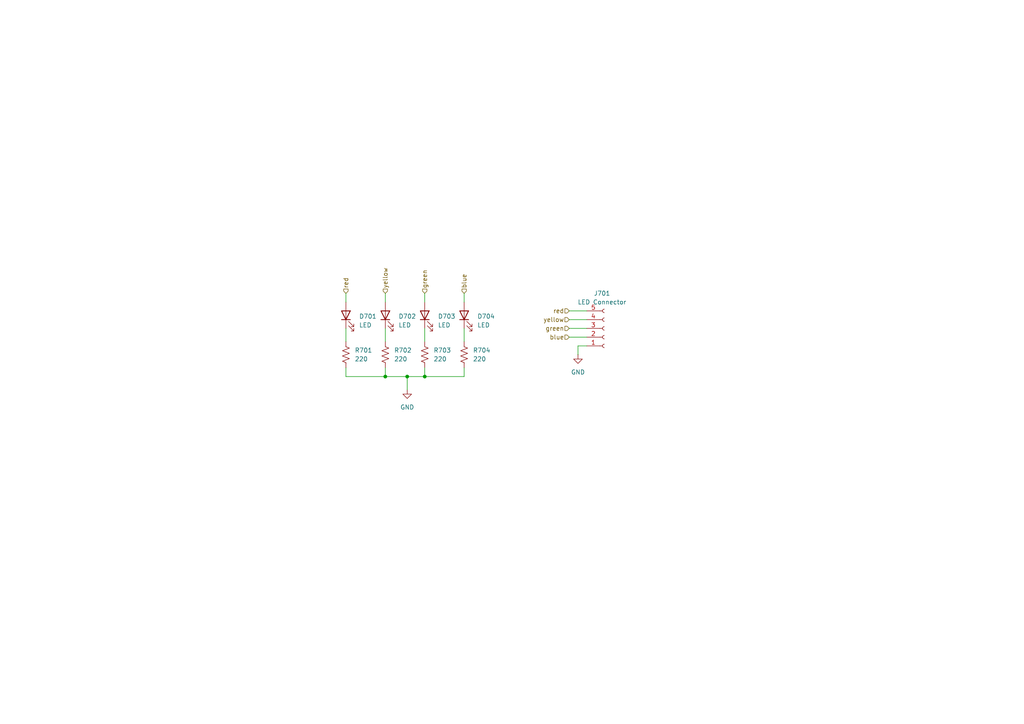
<source format=kicad_sch>
(kicad_sch (version 20250114) (generator "eeschema") (generator_version "9.0")
  (paper "A4")
  (lib_symbols
    (symbol "Connector:Conn_01x05_Socket" (pin_names (offset 1.016) (hide yes))
      (property "Reference" "J" (at 0 7.62 0))
      (property "Value" "Conn_01x05_Socket" (at 0 -7.62 0))
      (symbol "Conn_01x05_Socket_1_1"
        (polyline (pts (xy -1.27 5.08) (xy -0.508 5.08)) (stroke (width 0.1524)))
        (polyline (pts (xy -1.27 2.54) (xy -0.508 2.54)) (stroke (width 0.1524)))
        (polyline (pts (xy -1.27 0) (xy -0.508 0)) (stroke (width 0.1524)))
        (polyline (pts (xy -1.27 -2.54) (xy -0.508 -2.54)) (stroke (width 0.1524)))
        (polyline (pts (xy -1.27 -5.08) (xy -0.508 -5.08)) (stroke (width 0.1524)))
        (arc (start 0 4.572) (mid -0.5058 5.08) (end 0 5.588) (stroke (width 0.1524)))
        (arc (start 0 2.032) (mid -0.5058 2.54) (end 0 3.048) (stroke (width 0.1524)))
        (arc (start 0 -0.508) (mid -0.5058 0) (end 0 0.508) (stroke (width 0.1524)))
        (arc (start 0 -3.048) (mid -0.5058 -2.54) (end 0 -2.032) (stroke (width 0.1524)))
        (arc (start 0 -5.588) (mid -0.5058 -5.08) (end 0 -4.572) (stroke (width 0.1524)))
        (pin passive line (at -5.08 5.08 0) (length 3.81) (name "Pin_1") (number "1"))
        (pin passive line (at -5.08 2.54 0) (length 3.81) (name "Pin_2") (number "2"))
        (pin passive line (at -5.08 0 0) (length 3.81) (name "Pin_3") (number "3"))
        (pin passive line (at -5.08 -2.54 0) (length 3.81) (name "Pin_4") (number "4"))
        (pin passive line (at -5.08 -5.08 0) (length 3.81) (name "Pin_5") (number "5"))
      )
    )
    (symbol "Device:LED" (pin_numbers (hide yes)) (pin_names (offset 1.016) (hide yes))
      (property "Reference" "D" (at 0 2.54 0))
      (property "Value" "LED" (at 0 -2.54 0))
      (symbol "LED_0_1"
        (polyline (pts (xy -3.048 -0.762) (xy -4.572 -2.286) (xy -3.81 -2.286) (xy -4.572 -2.286) (xy -4.572 -1.524)))
        (polyline (pts (xy -1.778 -0.762) (xy -3.302 -2.286) (xy -2.54 -2.286) (xy -3.302 -2.286) (xy -3.302 -1.524)))
        (polyline (pts (xy -1.27 0) (xy 1.27 0)))
        (polyline (pts (xy -1.27 -1.27) (xy -1.27 1.27)) (stroke (width 0.254)))
        (polyline (pts (xy 1.27 -1.27) (xy 1.27 1.27) (xy -1.27 0) (xy 1.27 -1.27)) (stroke (width 0.254)))
      )
      (symbol "LED_1_1"
        (pin passive line (at -3.81 0 0) (length 2.54) (name "K") (number "1"))
        (pin passive line (at 3.81 0 180) (length 2.54) (name "A") (number "2"))
      )
    )
    (symbol "Device:R_US" (pin_numbers (hide yes)) (pin_names (offset 0))
      (property "Reference" "R" (at 2.54 0 90))
      (property "Value" "R_US" (at -2.54 0 90))
      (symbol "R_US_0_1"
        (polyline (pts (xy 0 2.286) (xy 0 2.54)))
        (polyline (pts (xy 0 2.286) (xy 1.016 1.905) (xy 0 1.524) (xy -1.016 1.143) (xy 0 0.762)))
        (polyline (pts (xy 0 0.762) (xy 1.016 0.381) (xy 0 0) (xy -1.016 -0.381) (xy 0 -0.762)))
        (polyline (pts (xy 0 -0.762) (xy 1.016 -1.143) (xy 0 -1.524) (xy -1.016 -1.905) (xy 0 -2.286)))
        (polyline (pts (xy 0 -2.286) (xy 0 -2.54)))
      )
      (symbol "R_US_1_1"
        (pin passive line (at 0 3.81 270) (length 1.27) (name "~") (number "1"))
        (pin passive line (at 0 -3.81 90) (length 1.27) (name "~") (number "2"))
      )
    )
    (symbol "power:GND" (power) (pin_numbers (hide yes)) (pin_names (offset 0) (hide yes))
      (property "Value" "GND" (at 0 -3.81 0))
      (symbol "GND_0_1"
        (polyline (pts (xy 0 0) (xy 0 -1.27) (xy 1.27 -1.27) (xy 0 -2.54) (xy -1.27 -1.27) (xy 0 -1.27)))
      )
      (symbol "GND_1_1"
        (pin power_in line (at 0 0 270) (length 0) (name "~") (number "1"))
      )
    )
  )
  (junction (at 118.11 109.22))
  (junction (at 111.76 109.22))
  (junction (at 123.19 109.22))
  (wire (pts (xy 134.62 95.25) (xy 134.62 99.06)))
  (wire (pts (xy 134.62 85.09) (xy 134.62 87.63)))
  (wire (pts (xy 123.19 85.09) (xy 123.19 87.63)))
  (wire (pts (xy 123.19 95.25) (xy 123.19 99.06)))
  (wire (pts (xy 111.76 109.22) (xy 118.11 109.22)))
  (wire (pts (xy 167.64 102.87) (xy 167.64 100.33)))
  (wire (pts (xy 165.1 97.79) (xy 170.18 97.79)))
  (wire (pts (xy 118.11 109.22) (xy 123.19 109.22)))
  (wire (pts (xy 123.19 109.22) (xy 134.62 109.22)))
  (wire (pts (xy 100.33 106.68) (xy 100.33 109.22)))
  (wire (pts (xy 165.1 95.25) (xy 170.18 95.25)))
  (wire (pts (xy 111.76 106.68) (xy 111.76 109.22)))
  (wire (pts (xy 100.33 95.25) (xy 100.33 99.06)))
  (wire (pts (xy 111.76 95.25) (xy 111.76 99.06)))
  (wire (pts (xy 165.1 90.17) (xy 170.18 90.17)))
  (wire (pts (xy 167.64 100.33) (xy 170.18 100.33)))
  (wire (pts (xy 134.62 109.22) (xy 134.62 106.68)))
  (wire (pts (xy 165.1 92.71) (xy 170.18 92.71)))
  (wire (pts (xy 123.19 106.68) (xy 123.19 109.22)))
  (wire (pts (xy 111.76 85.09) (xy 111.76 87.63)))
  (wire (pts (xy 100.33 109.22) (xy 111.76 109.22)))
  (wire (pts (xy 118.11 109.22) (xy 118.11 113.03)))
  (wire (pts (xy 100.33 85.09) (xy 100.33 87.63)))
  (hierarchical_label "blue" (shape input) (at 165.1 97.79 180))
  (hierarchical_label "red" (shape input) (at 165.1 90.17 180))
  (hierarchical_label "yellow" (shape input) (at 111.76 85.09 90))
  (hierarchical_label "blue" (shape input) (at 134.62 85.09 90))
  (hierarchical_label "green" (shape input) (at 165.1 95.25 180))
  (hierarchical_label "yellow" (shape input) (at 165.1 92.71 180))
  (hierarchical_label "red" (shape input) (at 100.33 85.09 90))
  (hierarchical_label "green" (shape input) (at 123.19 85.09 90))
  (symbol (lib_id "Device:R_US") (at 123.19 102.87 0) (unit 1)
    (property "Reference" "R703" (at 125.73 101.5999 0) (effects (justify left)))
    (property "Value" "220" (at 125.73 104.1399 0) (effects (justify left)))
    (property "Footprint" "Resistor_SMD:R_1206_3216Metric_Pad1.30x1.75mm_HandSolder" (effects (hide yes)))
    (property "Description" "Resistor, US symbol" (effects (hide yes)))
  )
  (symbol (lib_id "Device:R_US") (at 100.33 102.87 0) (unit 1)
    (property "Reference" "R701" (at 102.87 101.5999 0) (effects (justify left)))
    (property "Value" "220" (at 102.87 104.1399 0) (effects (justify left)))
    (property "Footprint" "Resistor_SMD:R_1206_3216Metric_Pad1.30x1.75mm_HandSolder" (effects (hide yes)))
    (property "Description" "Resistor, US symbol" (effects (hide yes)))
  )
  (symbol (lib_id "Device:R_US") (at 134.62 102.87 0) (unit 1)
    (property "Reference" "R704" (at 137.16 101.5999 0) (effects (justify left)))
    (property "Value" "220" (at 137.16 104.1399 0) (effects (justify left)))
    (property "Footprint" "Resistor_SMD:R_1206_3216Metric_Pad1.30x1.75mm_HandSolder" (effects (hide yes)))
    (property "Description" "Resistor, US symbol" (effects (hide yes)))
  )
  (symbol (lib_id "Device:LED") (at 111.76 91.44 90) (unit 1)
    (property "Reference" "D702" (at 115.57 91.7574 90) (effects (justify right)))
    (property "Value" "LED" (at 115.57 94.2974 90) (effects (justify right)))
    (property "Footprint" "LED_SMD:LED_1206_3216Metric_Pad1.42x1.75mm_HandSolder" (effects (hide yes)))
    (property "Description" "Light emitting diode" (effects (hide yes)))
    (property "Sim.Pins" "1=K 2=A" (effects (hide yes)))
  )
  (symbol (lib_id "Device:LED") (at 134.62 91.44 90) (unit 1)
    (property "Reference" "D704" (at 138.43 91.7574 90) (effects (justify right)))
    (property "Value" "LED" (at 138.43 94.2974 90) (effects (justify right)))
    (property "Footprint" "LED_SMD:LED_1206_3216Metric_Pad1.42x1.75mm_HandSolder" (effects (hide yes)))
    (property "Description" "Light emitting diode" (effects (hide yes)))
    (property "Sim.Pins" "1=K 2=A" (effects (hide yes)))
  )
  (symbol (lib_id "Device:LED") (at 123.19 91.44 90) (unit 1)
    (property "Reference" "D703" (at 127 91.7574 90) (effects (justify right)))
    (property "Value" "LED" (at 127 94.2974 90) (effects (justify right)))
    (property "Footprint" "LED_SMD:LED_1206_3216Metric_Pad1.42x1.75mm_HandSolder" (effects (hide yes)))
    (property "Description" "Light emitting diode" (effects (hide yes)))
    (property "Sim.Pins" "1=K 2=A" (effects (hide yes)))
  )
  (symbol (lib_id "power:GND") (at 167.64 102.87 0) (unit 1)
    (property "Reference" "#PWR0702" (effects (hide yes)))
    (property "Value" "GND" (at 167.64 107.95 0))
    (property "Description" "Power symbol creates a global label with name \"GND\" , ground" (effects (hide yes)))
  )
  (symbol (lib_id "Device:LED") (at 100.33 91.44 90) (unit 1)
    (property "Reference" "D701" (at 104.14 91.7574 90) (effects (justify right)))
    (property "Value" "LED" (at 104.14 94.2974 90) (effects (justify right)))
    (property "Footprint" "LED_SMD:LED_1206_3216Metric_Pad1.42x1.75mm_HandSolder" (effects (hide yes)))
    (property "Description" "Light emitting diode" (effects (hide yes)))
    (property "Sim.Pins" "1=K 2=A" (effects (hide yes)))
  )
  (symbol (lib_id "power:GND") (at 118.11 113.03 0) (unit 1)
    (property "Reference" "#PWR0701" (effects (hide yes)))
    (property "Value" "GND" (at 118.11 118.11 0))
    (property "Description" "Power symbol creates a global label with name \"GND\" , ground" (effects (hide yes)))
  )
  (symbol (lib_id "Device:R_US") (at 111.76 102.87 0) (unit 1)
    (property "Reference" "R702" (at 114.3 101.5999 0) (effects (justify left)))
    (property "Value" "220" (at 114.3 104.1399 0) (effects (justify left)))
    (property "Footprint" "Resistor_SMD:R_1206_3216Metric_Pad1.30x1.75mm_HandSolder" (effects (hide yes)))
    (property "Description" "Resistor, US symbol" (effects (hide yes)))
  )
  (symbol (lib_id "Connector:Conn_01x05_Socket") (at 175.26 95.25 0) (mirror x) (unit 1)
    (property "Reference" "J701" (at 174.625 85.09 0))
    (property "Value" "LED Connector" (at 174.625 87.63 0))
    (property "Footprint" "Connector_PinSocket_2.54mm:PinSocket_1x05_P2.54mm_Horizontal" (effects (hide yes)))
    (property "Description" "Generic connector, single row, 01x05, script generated" (effects (hide yes)))
  )
)
</source>
